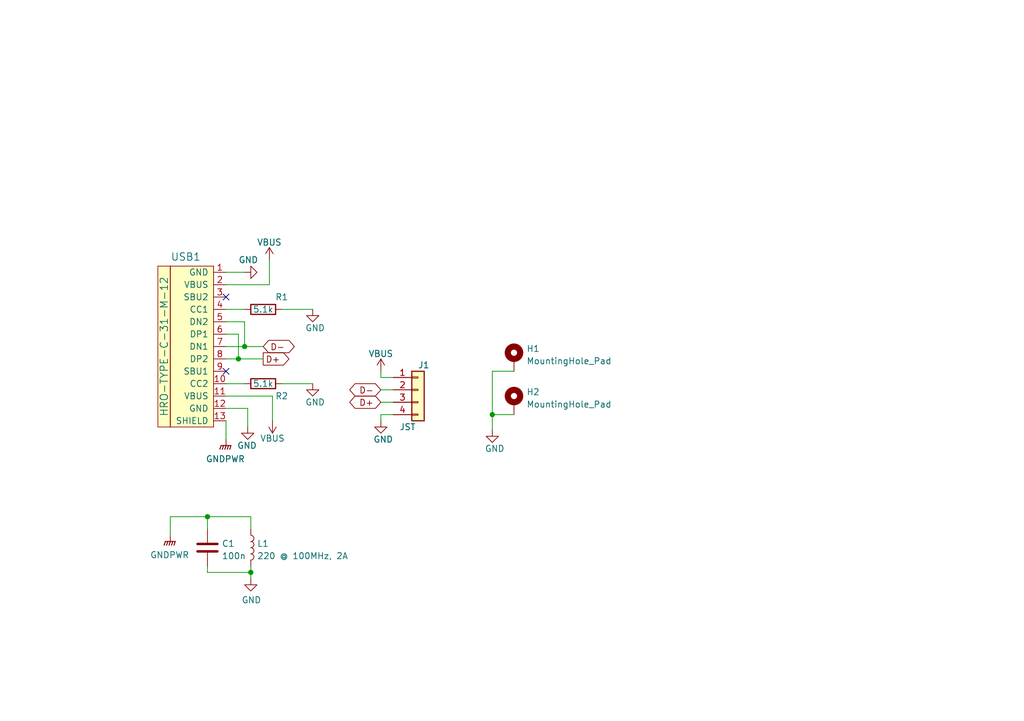
<source format=kicad_sch>
(kicad_sch (version 20211123) (generator eeschema)
  (paper "A5")
  (title_block (title "S23 DB") (date "2022-12-03") (rev "1") (company "Cipulot PCB Design") (comment 2 "Cipulot"))
  (lib_symbols
    (symbol "Connector_Generic:Conn_01x04" (pin_names (offset 1.016) hide)
      (property "Reference" "J" (at 0 5.08 0))
      (property "Value" "Conn_01x04" (at 0 -7.62 0))
      (symbol "Conn_01x04_1_1"
        (rectangle (start -1.27 -4.953) (end 0 -5.207) (stroke (width 0.1524)))
        (rectangle (start -1.27 -2.413) (end 0 -2.667) (stroke (width 0.1524)))
        (rectangle (start -1.27 0.127) (end 0 -0.127) (stroke (width 0.1524)))
        (rectangle (start -1.27 2.667) (end 0 2.413) (stroke (width 0.1524)))
        (rectangle (start -1.27 3.81) (end 1.27 -6.35) (stroke (width 0.254)) (fill (type background)))
        (pin passive line (at -5.08 2.54 0) (length 3.81) (name "Pin_1") (number "1"))
        (pin passive line (at -5.08 0 0) (length 3.81) (name "Pin_2") (number "2"))
        (pin passive line (at -5.08 -2.54 0) (length 3.81) (name "Pin_3") (number "3"))
        (pin passive line (at -5.08 -5.08 0) (length 3.81) (name "Pin_4") (number "4"))
      )
    )
    (symbol "Device:C" (pin_numbers hide) (pin_names (offset 0.254))
      (property "Reference" "C" (at 0.635 2.54 0))
      (property "Value" "C" (at 0.635 -2.54 0))
      (symbol "C_0_1"
        (polyline (pts (xy -2.032 -0.762) (xy 2.032 -0.762)) (stroke (width 0.508)))
        (polyline (pts (xy -2.032 0.762) (xy 2.032 0.762)) (stroke (width 0.508)))
      )
      (symbol "C_1_1"
        (pin passive line (at 0 3.81 270) (length 2.794) (name "~") (number "1"))
        (pin passive line (at 0 -3.81 90) (length 2.794) (name "~") (number "2"))
      )
    )
    (symbol "Device:L" (pin_numbers hide) (pin_names (offset 1.016) hide)
      (property "Reference" "L" (at -1.27 0 90))
      (property "Value" "L" (at 1.905 0 90))
      (symbol "L_0_1"
        (arc (start 0 -2.54) (mid 0.635 -1.905) (end 0 -1.27))
        (arc (start 0 -1.27) (mid 0.635 -0.635) (end 0 0))
        (arc (start 0 0) (mid 0.635 0.635) (end 0 1.27))
        (arc (start 0 1.27) (mid 0.635 1.905) (end 0 2.54))
      )
      (symbol "L_1_1"
        (pin passive line (at 0 3.81 270) (length 1.27) (name "1") (number "1"))
        (pin passive line (at 0 -3.81 90) (length 1.27) (name "2") (number "2"))
      )
    )
    (symbol "Device:R" (pin_numbers hide) (pin_names (offset 0))
      (property "Reference" "R" (at 2.032 0 90))
      (property "Value" "R" (at 0 0 90))
      (symbol "R_0_1"
        (rectangle (start -1.016 -2.54) (end 1.016 2.54) (stroke (width 0.254)))
      )
      (symbol "R_1_1"
        (pin passive line (at 0 3.81 270) (length 1.27) (name "~") (number "1"))
        (pin passive line (at 0 -3.81 90) (length 1.27) (name "~") (number "2"))
      )
    )
    (symbol "Mechanical:MountingHole_Pad" (pin_numbers hide) (pin_names (offset 1.016) hide)
      (property "Reference" "H" (at 0 6.35 0))
      (property "Value" "MountingHole_Pad" (at 0 4.445 0))
      (symbol "MountingHole_Pad_0_1"
        (circle (center 0 1.27) (radius 1.27) (stroke (width 1.27)))
      )
      (symbol "MountingHole_Pad_1_1"
        (pin input line (at 0 -2.54 90) (length 2.54) (name "1") (number "1"))
      )
    )
    (symbol "cipulot_parts:HRO-TYPE-C-31-M-12" (pin_names (offset 1.016))
      (property "Reference" "USB" (at -5.08 16.51 0))
      (property "Value" "HRO-TYPE-C-31-M-12" (at -10.16 -1.27 90))
      (symbol "HRO-TYPE-C-31-M-12_0_1"
        (rectangle (start -11.43 15.24) (end -8.89 -17.78) (fill (type background)))
        (rectangle (start 0 -17.78) (end -8.89 15.24) (fill (type background)))
      )
      (symbol "HRO-TYPE-C-31-M-12_1_1"
        (pin input line (at 2.54 13.97 180) (length 2.54) (name "GND") (number "1"))
        (pin input line (at 2.54 -8.89 180) (length 2.54) (name "CC2") (number "10"))
        (pin input line (at 2.54 -11.43 180) (length 2.54) (name "VBUS") (number "11"))
        (pin input line (at 2.54 -13.97 180) (length 2.54) (name "GND") (number "12"))
        (pin input line (at 2.54 -16.51 180) (length 2.54) (name "SHIELD") (number "13"))
        (pin input line (at 2.54 11.43 180) (length 2.54) (name "VBUS") (number "2"))
        (pin input line (at 2.54 8.89 180) (length 2.54) (name "SBU2") (number "3"))
        (pin input line (at 2.54 6.35 180) (length 2.54) (name "CC1") (number "4"))
        (pin input line (at 2.54 3.81 180) (length 2.54) (name "DN2") (number "5"))
        (pin input line (at 2.54 1.27 180) (length 2.54) (name "DP1") (number "6"))
        (pin input line (at 2.54 -1.27 180) (length 2.54) (name "DN1") (number "7"))
        (pin input line (at 2.54 -3.81 180) (length 2.54) (name "DP2") (number "8"))
        (pin input line (at 2.54 -6.35 180) (length 2.54) (name "SBU1") (number "9"))
      )
    )
    (symbol "power:GND" (power) (pin_names (offset 0))
      (property "Value" "GND" (at 0 -3.81 0))
      (symbol "GND_0_1"
        (polyline (pts (xy 0 0) (xy 0 -1.27) (xy 1.27 -1.27) (xy 0 -2.54) (xy -1.27 -1.27) (xy 0 -1.27)))
      )
      (symbol "GND_1_1"
        (pin power_in line (at 0 0 270) (length 0) hide (name "GND") (number "1"))
      )
    )
    (symbol "power:GNDPWR" (power) (pin_names (offset 0))
      (property "Value" "GNDPWR" (at 0 -3.302 0))
      (symbol "GNDPWR_0_1"
        (polyline (pts (xy 0 -1.27) (xy 0 0)))
        (polyline (pts (xy -1.016 -1.27) (xy -1.27 -2.032) (xy -1.27 -2.032)) (stroke (width 0.2032)))
        (polyline (pts (xy -0.508 -1.27) (xy -0.762 -2.032) (xy -0.762 -2.032)) (stroke (width 0.2032)))
        (polyline (pts (xy 0 -1.27) (xy -0.254 -2.032) (xy -0.254 -2.032)) (stroke (width 0.2032)))
        (polyline (pts (xy 0.508 -1.27) (xy 0.254 -2.032) (xy 0.254 -2.032)) (stroke (width 0.2032)))
        (polyline (pts (xy 1.016 -1.27) (xy -1.016 -1.27) (xy -1.016 -1.27)) (stroke (width 0.2032)))
        (polyline (pts (xy 1.016 -1.27) (xy 0.762 -2.032) (xy 0.762 -2.032) (xy 0.762 -2.032)) (stroke (width 0.2032)))
      )
      (symbol "GNDPWR_1_1"
        (pin power_in line (at 0 0 270) (length 0) hide (name "GNDPWR") (number "1"))
      )
    )
    (symbol "power:VBUS" (power) (pin_names (offset 0))
      (property "Value" "VBUS" (at 0 3.81 0))
      (symbol "VBUS_0_1"
        (polyline (pts (xy -0.762 1.27) (xy 0 2.54)))
        (polyline (pts (xy 0 0) (xy 0 2.54)))
        (polyline (pts (xy 0 2.54) (xy 0.762 1.27)))
      )
      (symbol "VBUS_1_1"
        (pin power_in line (at 0 0 90) (length 0) hide (name "VBUS") (number "1"))
      )
    )
  )
  (junction (at 51.435 117.475))
  (junction (at 42.545 106.045))
  (junction (at 50.165 71.12))
  (junction (at 48.895 73.66))
  (junction (at 100.965 85.09))
  (no_connect (at 46.355 76.2))
  (no_connect (at 46.355 60.96))
  (wire (pts (xy 100.965 76.2) (xy 100.965 85.09)))
  (wire (pts (xy 78.105 80.01) (xy 80.645 80.01)))
  (wire (pts (xy 34.925 109.855) (xy 34.925 106.045)))
  (wire (pts (xy 42.545 106.045) (xy 42.545 108.585)))
  (wire (pts (xy 78.105 86.36) (xy 78.105 85.09)))
  (wire (pts (xy 50.165 71.12) (xy 53.975 71.12)))
  (wire (pts (xy 50.8 87.63) (xy 50.8 83.82)))
  (wire (pts (xy 46.355 78.74) (xy 50.165 78.74)))
  (wire (pts (xy 42.545 106.045) (xy 51.435 106.045)))
  (wire (pts (xy 42.545 117.475) (xy 51.435 117.475)))
  (wire (pts (xy 51.435 117.475) (xy 51.435 118.745)))
  (wire (pts (xy 55.88 86.36) (xy 55.88 81.28)))
  (wire (pts (xy 57.785 78.74) (xy 64.135 78.74)))
  (wire (pts (xy 55.245 58.42) (xy 55.245 53.34)))
  (wire (pts (xy 50.165 66.04) (xy 50.165 71.12)))
  (wire (pts (xy 48.895 73.66) (xy 53.975 73.66)))
  (wire (pts (xy 51.435 116.205) (xy 51.435 117.475)))
  (wire (pts (xy 100.965 85.09) (xy 105.41 85.09)))
  (wire (pts (xy 46.355 66.04) (xy 50.165 66.04)))
  (wire (pts (xy 46.355 86.36) (xy 46.355 90.17)))
  (wire (pts (xy 78.105 82.55) (xy 80.645 82.55)))
  (wire (pts (xy 42.545 116.205) (xy 42.545 117.475)))
  (wire (pts (xy 34.925 106.045) (xy 42.545 106.045)))
  (wire (pts (xy 46.355 68.58) (xy 48.895 68.58)))
  (wire (pts (xy 78.105 76.2) (xy 78.105 77.47)))
  (wire (pts (xy 46.355 83.82) (xy 50.8 83.82)))
  (wire (pts (xy 46.355 63.5) (xy 50.165 63.5)))
  (wire (pts (xy 46.355 55.88) (xy 50.165 55.88)))
  (wire (pts (xy 48.895 68.58) (xy 48.895 73.66)))
  (wire (pts (xy 100.965 85.09) (xy 100.965 88.265)))
  (wire (pts (xy 78.105 85.09) (xy 80.645 85.09)))
  (wire (pts (xy 57.785 63.5) (xy 64.135 63.5)))
  (wire (pts (xy 46.355 71.12) (xy 50.165 71.12)))
  (wire (pts (xy 100.965 76.2) (xy 105.41 76.2)))
  (wire (pts (xy 51.435 106.045) (xy 51.435 108.585)))
  (wire (pts (xy 46.355 73.66) (xy 48.895 73.66)))
  (wire (pts (xy 78.105 77.47) (xy 80.645 77.47)))
  (wire (pts (xy 46.355 81.28) (xy 55.88 81.28)))
  (wire (pts (xy 46.355 58.42) (xy 55.245 58.42)))
  (global_label "D+" (shape bidirectional) (at 78.105 82.55 180) (property "Intersheet References" "${INTERSHEET_REFS}" (effects hide)))
  (global_label "D-" (shape bidirectional) (at 78.105 80.01 180) (property "Intersheet References" "${INTERSHEET_REFS}" (effects hide)))
  (global_label "D+" (shape output) (at 53.975 73.66 0) (property "Intersheet References" "${INTERSHEET_REFS}" (effects hide)))
  (global_label "D-" (shape bidirectional) (at 53.975 71.12 0) (property "Intersheet References" "${INTERSHEET_REFS}" (effects hide)))
  (symbol (lib_id "power:GND") (at 50.165 55.88 90) (unit 1)
    (property "Reference" "#PWR02" (effects hide))
    (property "Value" "GND" (at 48.895 53.34 90) (effects (justify right)))
  )
  (symbol (lib_id "power:VBUS") (at 55.88 86.36 180) (unit 1)
    (property "Reference" "#PWR06" (effects hide))
    (property "Value" "VBUS" (at 55.88 89.9645 0))
  )
  (symbol (lib_id "Device:C") (at 42.545 112.395 0) (unit 1)
    (property "Reference" "C1" (at 45.466 111.5603 0) (effects (justify left)))
    (property "Value" "100n" (at 45.466 114.0972 0) (effects (justify left)))
    (property "Footprint" "Capacitor_SMD:C_0402_1005Metric" (effects hide))
    (property "LCSC" "C307331" (effects hide))
  )
  (symbol (lib_id "power:GNDPWR") (at 34.925 109.855 0) (unit 1)
    (property "Reference" "#PWR011" (effects hide))
    (property "Value" "GNDPWR" (at 34.798 113.892 0))
  )
  (symbol (lib_id "power:VBUS") (at 78.105 76.2 0) (unit 1)
    (property "Reference" "#PWR04" (effects hide))
    (property "Value" "VBUS" (at 78.105 72.5955 0))
  )
  (symbol (lib_id "power:GND") (at 64.135 63.5 0) (unit 1)
    (property "Reference" "#PWR03" (effects hide))
    (property "Value" "GND" (at 66.675 67.31 0) (effects (justify right)))
  )
  (symbol (lib_id "power:GND") (at 51.435 118.745 0) (unit 1)
    (property "Reference" "#PWR012" (effects hide))
    (property "Value" "GND" (at 51.562 123.1392 0))
  )
  (symbol (lib_id "power:GNDPWR") (at 46.355 90.17 0) (unit 1)
    (property "Reference" "#PWR010" (effects hide))
    (property "Value" "GNDPWR" (at 46.228 94.207 0))
  )
  (symbol (lib_id "Mechanical:MountingHole_Pad") (at 105.41 82.55 0) (unit 1)
    (property "Reference" "H2" (at 107.95 80.4453 0) (effects (justify left)))
    (property "Value" "MountingHole_Pad" (at 107.95 82.9822 0) (effects (justify left)))
    (property "Footprint" "MountingHole:MountingHole_2.2mm_M2_ISO7380_Pad" (effects hide))
  )
  (symbol (lib_id "power:GND") (at 64.135 78.74 0) (unit 1)
    (property "Reference" "#PWR05" (effects hide))
    (property "Value" "GND" (at 66.675 82.55 0) (effects (justify right)))
  )
  (symbol (lib_id "Device:L") (at 51.435 112.395 0) (unit 1)
    (property "Reference" "L1" (at 52.705 111.5603 0) (effects (justify left)))
    (property "Value" "220 @ 100MHz, 2A" (at 52.705 114.0972 0) (effects (justify left)))
    (property "Footprint" "Inductor_SMD:L_0603_1608Metric" (effects hide))
    (property "LCSC" "C85832" (effects hide))
  )
  (symbol (lib_id "Connector_Generic:Conn_01x04") (at 85.725 80.01 0) (unit 1)
    (property "Reference" "J1" (at 85.725 74.93 0) (effects (justify left)))
    (property "Value" "JST" (at 81.915 87.63 0) (effects (justify left)))
    (property "Footprint" "cipulot_parts:JST_S4B-ZR-SM4A-TF(LF)(SN)" (effects hide))
    (property "Datasheet" "https://www.jst-mfg.com/product/pdf/eng/eZH.pdf" (effects hide))
    (property "LCSC" "C485354" (effects hide))
    (property "MPN" "S4B-ZR-SM4A-TF(LF)(SN)" (effects hide))
  )
  (symbol (lib_id "cipulot_parts:HRO-TYPE-C-31-M-12") (at 43.815 69.85 0) (unit 1)
    (property "Reference" "USB1" (at 38.1 52.705 0) (effects (font (size 1.524 1.524))))
    (property "Value" "HRO-TYPE-C-31-M-12" (at 33.655 71.12 90) (effects (font (size 1.524 1.524))))
    (property "Footprint" "cipulot_parts:HRO-TYPE-C-31-M-12-Assembly" (effects hide))
    (property "LCSC" "C165948" (effects hide))
  )
  (symbol (lib_id "power:GND") (at 78.105 86.36 0) (unit 1)
    (property "Reference" "#PWR07" (effects hide))
    (property "Value" "GND" (at 80.645 90.17 0) (effects (justify right)))
  )
  (symbol (lib_id "Device:R") (at 53.975 63.5 270) (unit 1)
    (property "Reference" "R1" (at 57.785 60.96 90))
    (property "Value" "5.1k" (at 53.975 63.5 90))
    (property "Footprint" "Resistor_SMD:R_0402_1005Metric" (effects hide))
    (property "LCSC" "C25905" (effects hide))
  )
  (symbol (lib_id "Device:R") (at 53.975 78.74 90) (unit 1)
    (property "Reference" "R2" (at 57.785 81.28 90))
    (property "Value" "5.1k" (at 53.975 78.74 90))
    (property "Footprint" "Resistor_SMD:R_0402_1005Metric" (effects hide))
    (property "LCSC" "C25905" (effects hide))
  )
  (symbol (lib_id "power:GND") (at 100.965 88.265 0) (unit 1)
    (property "Reference" "#PWR09" (effects hide))
    (property "Value" "GND" (at 103.505 92.075 0) (effects (justify right)))
  )
  (symbol (lib_id "power:GND") (at 50.8 87.63 0) (unit 1)
    (property "Reference" "#PWR08" (effects hide))
    (property "Value" "GND" (at 52.705 91.44 0) (effects (justify right)))
  )
  (symbol (lib_id "power:VBUS") (at 55.245 53.34 0) (unit 1)
    (property "Reference" "#PWR01" (effects hide))
    (property "Value" "VBUS" (at 55.245 49.7355 0))
  )
  (symbol (lib_id "Mechanical:MountingHole_Pad") (at 105.41 73.66 0) (unit 1)
    (property "Reference" "H1" (at 107.95 71.5553 0) (effects (justify left)))
    (property "Value" "MountingHole_Pad" (at 107.95 74.0922 0) (effects (justify left)))
    (property "Footprint" "MountingHole:MountingHole_2.2mm_M2_ISO7380_Pad" (effects hide))
  )
)
</source>
